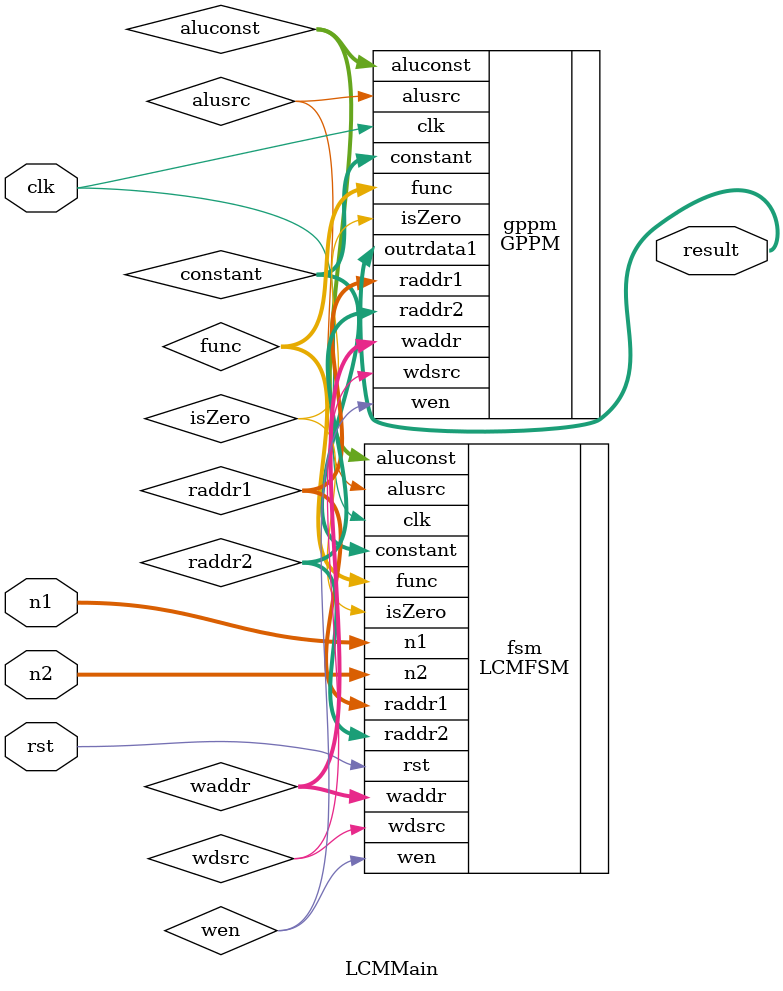
<source format=v>
module LCMMain(
    input clk,
    input rst,
    input [31:0] n1,
    input [31:0] n2,
    output [31:0] result
);
    wire [3:0] raddr1;
    wire [3:0] raddr2;
    wire isZero;
    wire wen;
    wire [3:0] waddr;
    wire wdsrc;
    wire [3:0] func;
    wire [31:0] constant;
    wire alusrc;
    wire [31:0] aluconst;

    LCMFSM fsm (
        .clk (clk),
        .rst (rst),
        .isZero (isZero),
        .n1 (n1),
        .n2 (n2),
        .raddr1 (raddr1),
        .raddr2 (raddr2),
        .wen (wen),
        .waddr (waddr),
        .wdsrc (wdsrc),
        .func (func),
        .constant (constant),
        .alusrc(alusrc),
        .aluconst(aluconst)
    );

    GPPM gppm (
        .clk (clk),
        .raddr1 (raddr1),
        .raddr2 (raddr2),
        .wen (wen),
        .waddr (waddr),
        .wdsrc (wdsrc),
        .func (func),
        .constant (constant),
        .alusrc(alusrc),
        .aluconst(aluconst),
        .isZero (isZero),
        .outrdata1(result)
    );
endmodule

</source>
